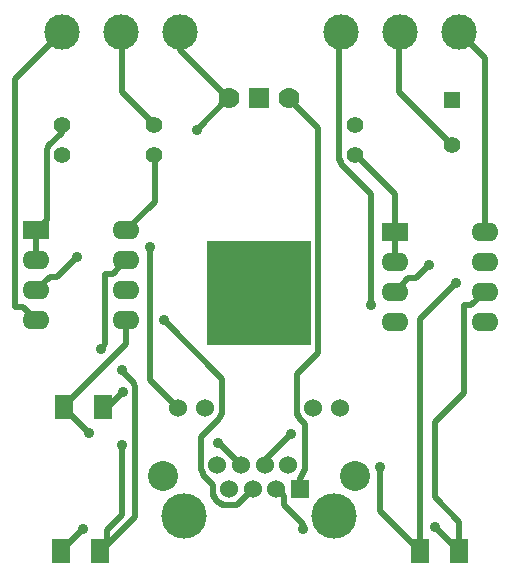
<source format=gtl>
G04 (created by PCBNEW (2013-07-07 BZR 4022)-stable) date 2014-10-22 23:03:19*
%MOIN*%
G04 Gerber Fmt 3.4, Leading zero omitted, Abs format*
%FSLAX34Y34*%
G01*
G70*
G90*
G04 APERTURE LIST*
%ADD10C,0.00393701*%
%ADD11C,0.11811*%
%ADD12C,0.055*%
%ADD13R,0.09X0.062*%
%ADD14O,0.09X0.062*%
%ADD15R,0.35X0.35*%
%ADD16C,0.07*%
%ADD17R,0.07X0.07*%
%ADD18C,0.1516*%
%ADD19C,0.06*%
%ADD20C,0.1*%
%ADD21R,0.06X0.06*%
%ADD22R,0.06X0.08*%
%ADD23R,0.055X0.055*%
%ADD24C,0.035*%
%ADD25C,0.0197*%
G04 APERTURE END LIST*
G54D10*
G54D11*
X52362Y-49133D03*
X56299Y-49133D03*
X54330Y-49133D03*
X61653Y-49133D03*
X65590Y-49133D03*
X63622Y-49133D03*
G54D12*
X52362Y-52255D03*
X52362Y-53255D03*
X62125Y-53255D03*
X62125Y-52255D03*
G54D13*
X63460Y-55822D03*
G54D14*
X63460Y-56822D03*
X63460Y-57822D03*
X63460Y-58822D03*
X66460Y-58822D03*
X66460Y-57822D03*
X66460Y-56822D03*
X66460Y-55822D03*
G54D13*
X51492Y-55744D03*
G54D14*
X51492Y-56744D03*
X51492Y-57744D03*
X51492Y-58744D03*
X54492Y-58744D03*
X54492Y-57744D03*
X54492Y-56744D03*
X54492Y-55744D03*
G54D15*
X58917Y-57839D03*
G54D16*
X59917Y-51339D03*
G54D17*
X58917Y-51339D03*
G54D16*
X57917Y-51339D03*
G54D18*
X61437Y-65276D03*
X56437Y-65276D03*
G54D19*
X57540Y-63583D03*
X57934Y-64370D03*
X58327Y-63583D03*
X58721Y-64370D03*
X59115Y-63583D03*
X59508Y-64370D03*
X59902Y-63583D03*
G54D20*
X62126Y-63937D03*
X55729Y-63937D03*
G54D19*
X57146Y-61693D03*
X60729Y-61693D03*
X56241Y-61693D03*
X61615Y-61683D03*
G54D21*
X60296Y-64370D03*
G54D22*
X53720Y-61653D03*
X52420Y-61653D03*
X64310Y-66456D03*
X65610Y-66456D03*
X52342Y-66456D03*
X53642Y-66456D03*
G54D23*
X65354Y-51415D03*
G54D12*
X65354Y-52915D03*
X55433Y-53255D03*
X55433Y-52255D03*
G54D24*
X55300Y-56300D03*
X64600Y-56900D03*
X52850Y-56650D03*
X56850Y-52400D03*
X53250Y-62500D03*
X62650Y-58250D03*
X65500Y-57500D03*
X62950Y-63650D03*
X60000Y-62550D03*
X60400Y-65700D03*
X64800Y-65650D03*
X55750Y-58750D03*
X53050Y-65700D03*
X54350Y-62900D03*
X57550Y-62850D03*
X54350Y-60400D03*
X53650Y-59700D03*
X54400Y-61150D03*
G54D25*
X56241Y-61693D02*
X56250Y-61700D01*
X56250Y-61700D02*
X55300Y-60750D01*
X55300Y-60750D02*
X55300Y-56300D01*
X64600Y-56900D02*
X64150Y-57350D01*
X64150Y-57350D02*
X63900Y-57350D01*
X63900Y-57350D02*
X63450Y-57800D01*
X63450Y-57800D02*
X63460Y-57822D01*
X52850Y-56650D02*
X52200Y-57300D01*
X52200Y-57300D02*
X51950Y-57300D01*
X51950Y-57300D02*
X51500Y-57750D01*
X51500Y-57750D02*
X51492Y-57744D01*
X56850Y-52400D02*
X57900Y-51350D01*
X57900Y-51350D02*
X57917Y-51339D01*
X65590Y-49133D02*
X65600Y-49150D01*
X65600Y-49150D02*
X66450Y-50000D01*
X66450Y-50000D02*
X66450Y-55800D01*
X66450Y-55800D02*
X66460Y-55822D01*
X57917Y-51339D02*
X57900Y-51350D01*
X57900Y-51350D02*
X56300Y-49750D01*
X56300Y-49750D02*
X56300Y-49150D01*
X56300Y-49150D02*
X56299Y-49133D01*
X54492Y-55744D02*
X54500Y-55750D01*
X54500Y-55750D02*
X55450Y-54800D01*
X55450Y-54800D02*
X55450Y-53250D01*
X55450Y-53250D02*
X55433Y-53255D01*
X52420Y-61653D02*
X52400Y-61650D01*
X52400Y-61650D02*
X53250Y-62500D01*
X52420Y-61653D02*
X52400Y-61650D01*
X52400Y-61650D02*
X54500Y-59550D01*
X54500Y-59550D02*
X54500Y-58750D01*
X54500Y-58750D02*
X54492Y-58744D01*
X65354Y-52915D02*
X65350Y-52900D01*
X65350Y-52900D02*
X63600Y-51150D01*
X63600Y-51150D02*
X63600Y-49150D01*
X63600Y-49150D02*
X63622Y-49133D01*
X62125Y-53255D02*
X62150Y-53250D01*
X62150Y-53250D02*
X63450Y-54550D01*
X63450Y-54550D02*
X63450Y-55800D01*
X63450Y-55800D02*
X63460Y-55822D01*
X55433Y-52255D02*
X55450Y-52250D01*
X55450Y-52250D02*
X54350Y-51150D01*
X54350Y-51150D02*
X54350Y-49150D01*
X54350Y-49150D02*
X54330Y-49133D01*
X51492Y-55744D02*
X51500Y-55750D01*
X51500Y-55750D02*
X51850Y-55400D01*
X51850Y-55400D02*
X51850Y-53050D01*
X51850Y-53050D02*
X51900Y-53000D01*
X51900Y-53000D02*
X51900Y-52950D01*
X51900Y-52950D02*
X52350Y-52500D01*
X52350Y-52500D02*
X52350Y-52250D01*
X52350Y-52250D02*
X52362Y-52255D01*
X51492Y-56744D02*
X51500Y-56750D01*
X51500Y-56750D02*
X51500Y-55750D01*
X51500Y-55750D02*
X51492Y-55744D01*
X63460Y-55822D02*
X63450Y-55800D01*
X63450Y-55800D02*
X63450Y-56800D01*
X63450Y-56800D02*
X63460Y-56822D01*
X61653Y-49133D02*
X61650Y-49150D01*
X61650Y-49150D02*
X61600Y-49200D01*
X61600Y-49200D02*
X61600Y-53400D01*
X61600Y-53400D02*
X61650Y-53450D01*
X61650Y-53450D02*
X61650Y-53550D01*
X61650Y-53550D02*
X62650Y-54550D01*
X62650Y-54550D02*
X62650Y-58250D01*
X65500Y-57500D02*
X64300Y-58700D01*
X64300Y-58700D02*
X64300Y-66450D01*
X64300Y-66450D02*
X64310Y-66456D01*
X64310Y-66456D02*
X64300Y-66450D01*
X64300Y-66450D02*
X62950Y-65100D01*
X62950Y-65100D02*
X62950Y-63650D01*
X60000Y-62550D02*
X59100Y-63450D01*
X59100Y-63450D02*
X59100Y-63600D01*
X59100Y-63600D02*
X59115Y-63583D01*
X65610Y-66456D02*
X65610Y-65472D01*
X64783Y-62133D02*
X65750Y-61167D01*
X64783Y-64645D02*
X64783Y-62133D01*
X65610Y-65472D02*
X64783Y-64645D01*
X59508Y-64370D02*
X59500Y-64350D01*
X59500Y-64350D02*
X59750Y-64600D01*
X59750Y-64600D02*
X59750Y-64900D01*
X59750Y-64900D02*
X60400Y-65550D01*
X60400Y-65550D02*
X60400Y-65700D01*
X64800Y-65650D02*
X65600Y-66450D01*
X65600Y-66450D02*
X65610Y-66456D01*
X65610Y-66456D02*
X65600Y-66450D01*
X65750Y-61167D02*
X65750Y-58250D01*
X66450Y-57800D02*
X66460Y-57822D01*
X66000Y-58250D02*
X66450Y-57800D01*
X65750Y-58250D02*
X66000Y-58250D01*
X55750Y-58750D02*
X57700Y-60700D01*
X57700Y-60700D02*
X57700Y-61850D01*
X57700Y-61850D02*
X57650Y-61900D01*
X57650Y-61900D02*
X57650Y-61950D01*
X57650Y-61950D02*
X57600Y-62000D01*
X57600Y-62000D02*
X57600Y-62050D01*
X57600Y-62050D02*
X57000Y-62650D01*
X57000Y-62650D02*
X57000Y-63750D01*
X57000Y-63750D02*
X57050Y-63800D01*
X57050Y-63800D02*
X57050Y-63900D01*
X57050Y-63900D02*
X57400Y-64250D01*
X57400Y-64250D02*
X57400Y-64600D01*
X57400Y-64600D02*
X57450Y-64650D01*
X57450Y-64650D02*
X57450Y-64700D01*
X57450Y-64700D02*
X57600Y-64850D01*
X57600Y-64850D02*
X57650Y-64850D01*
X57650Y-64850D02*
X57700Y-64900D01*
X57700Y-64900D02*
X58200Y-64900D01*
X58200Y-64900D02*
X58700Y-64400D01*
X58700Y-64400D02*
X58700Y-64350D01*
X58700Y-64350D02*
X58721Y-64370D01*
X53050Y-65700D02*
X52350Y-66400D01*
X52350Y-66400D02*
X52350Y-66450D01*
X52350Y-66450D02*
X52342Y-66456D01*
X59917Y-51339D02*
X59900Y-51350D01*
X59900Y-51350D02*
X60900Y-52350D01*
X60900Y-52350D02*
X60900Y-59850D01*
X60900Y-59850D02*
X60200Y-60550D01*
X60200Y-60550D02*
X60200Y-61900D01*
X60200Y-61900D02*
X60250Y-61950D01*
X60250Y-61950D02*
X60250Y-62000D01*
X60250Y-62000D02*
X60450Y-62200D01*
X60450Y-62200D02*
X60450Y-63750D01*
X60450Y-63750D02*
X60400Y-63800D01*
X60400Y-63800D02*
X60400Y-63850D01*
X60400Y-63850D02*
X60350Y-63900D01*
X60350Y-63900D02*
X60350Y-63950D01*
X60350Y-63950D02*
X60300Y-64000D01*
X60300Y-64000D02*
X60300Y-64350D01*
X60300Y-64350D02*
X60296Y-64370D01*
X53642Y-66456D02*
X53650Y-66450D01*
X53650Y-66450D02*
X53850Y-66250D01*
X53850Y-66250D02*
X53850Y-65750D01*
X53850Y-65750D02*
X54350Y-65250D01*
X54350Y-65250D02*
X54350Y-62900D01*
X57550Y-62850D02*
X57600Y-62850D01*
X57600Y-62850D02*
X58350Y-63600D01*
X58350Y-63600D02*
X58327Y-63583D01*
X53642Y-66456D02*
X53650Y-66450D01*
X53650Y-66450D02*
X54800Y-65300D01*
X54800Y-65300D02*
X54800Y-60950D01*
X54800Y-60950D02*
X54750Y-60900D01*
X54750Y-60900D02*
X54750Y-60850D01*
X54750Y-60850D02*
X54350Y-60450D01*
X54350Y-60450D02*
X54350Y-60400D01*
X53650Y-59700D02*
X53800Y-59550D01*
X53800Y-59550D02*
X53800Y-57200D01*
X53800Y-57200D02*
X54050Y-57200D01*
X54050Y-57200D02*
X54500Y-56750D01*
X54500Y-56750D02*
X54492Y-56744D01*
X53720Y-61653D02*
X53700Y-61650D01*
X53700Y-61650D02*
X53900Y-61650D01*
X53900Y-61650D02*
X54400Y-61150D01*
X52362Y-49133D02*
X52350Y-49150D01*
X52350Y-49150D02*
X50800Y-50700D01*
X50800Y-50700D02*
X50800Y-58300D01*
X50800Y-58300D02*
X51050Y-58300D01*
X51050Y-58300D02*
X51500Y-58750D01*
X51500Y-58750D02*
X51492Y-58744D01*
M02*

</source>
